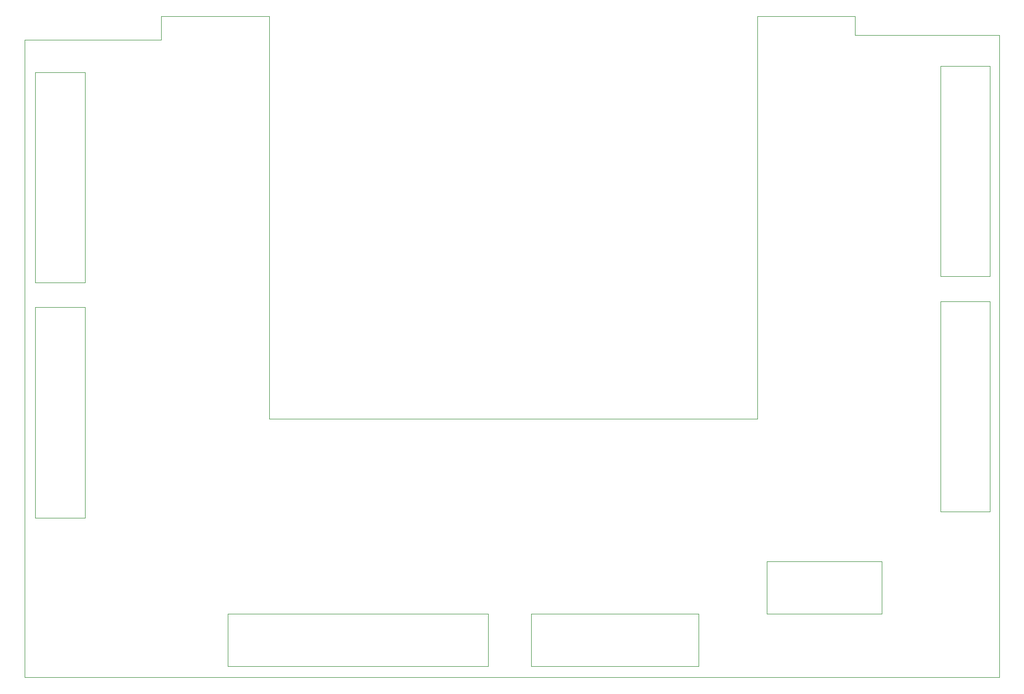
<source format=gbr>
%TF.GenerationSoftware,KiCad,Pcbnew,6.0.11-2627ca5db0~126~ubuntu22.04.1*%
%TF.CreationDate,2023-05-12T19:19:22-07:00*%
%TF.ProjectId,Roborio board,526f626f-7269-46f2-9062-6f6172642e6b,rev?*%
%TF.SameCoordinates,Original*%
%TF.FileFunction,Profile,NP*%
%FSLAX46Y46*%
G04 Gerber Fmt 4.6, Leading zero omitted, Abs format (unit mm)*
G04 Created by KiCad (PCBNEW 6.0.11-2627ca5db0~126~ubuntu22.04.1) date 2023-05-12 19:19:22*
%MOMM*%
%LPD*%
G01*
G04 APERTURE LIST*
%TA.AperFunction,Profile*%
%ADD10C,0.050000*%
%TD*%
G04 APERTURE END LIST*
D10*
X95000000Y-40750000D02*
X94970000Y-105750000D01*
X189500000Y-40750000D02*
X189500000Y-43750000D01*
X57250000Y-87750000D02*
X65250000Y-87750000D01*
X65250000Y-87750000D02*
X65250000Y-121750000D01*
X65250000Y-121750000D02*
X57250000Y-121750000D01*
X57250000Y-121750000D02*
X57250000Y-87750000D01*
X203250000Y-86750000D02*
X211250000Y-86750000D01*
X211250000Y-86750000D02*
X211250000Y-120750000D01*
X211250000Y-120750000D02*
X203250000Y-120750000D01*
X203250000Y-120750000D02*
X203250000Y-86750000D01*
X175250000Y-137250000D02*
X193750000Y-137250000D01*
X193750000Y-137250000D02*
X193750000Y-128750000D01*
X193750000Y-128750000D02*
X175250000Y-128750000D01*
X175250000Y-128750000D02*
X175250000Y-137250000D01*
X173750000Y-105750000D02*
X94970000Y-105750000D01*
X189500000Y-40750000D02*
X173750000Y-40750000D01*
X203250000Y-48750000D02*
X211250000Y-48750000D01*
X211250000Y-48750000D02*
X211250000Y-82750000D01*
X211250000Y-82750000D02*
X203250000Y-82750000D01*
X203250000Y-82750000D02*
X203250000Y-48750000D01*
X95000000Y-40750000D02*
X77500000Y-40750000D01*
X137250000Y-145750000D02*
X164250000Y-145750000D01*
X164250000Y-145750000D02*
X164250000Y-137250000D01*
X164250000Y-137250000D02*
X137250000Y-137250000D01*
X137250000Y-137250000D02*
X137250000Y-145750000D01*
X212750000Y-147500000D02*
X212750000Y-43750000D01*
X212750000Y-43750000D02*
X189500000Y-43750000D01*
X77500000Y-44500000D02*
X55500000Y-44500000D01*
X55500000Y-44500000D02*
X55500000Y-147500000D01*
X55500000Y-147500000D02*
X212750000Y-147500000D01*
X77500000Y-44500000D02*
X77500000Y-40750000D01*
X57250000Y-49750000D02*
X65250000Y-49750000D01*
X65250000Y-49750000D02*
X65250000Y-83750000D01*
X65250000Y-83750000D02*
X57250000Y-83750000D01*
X57250000Y-83750000D02*
X57250000Y-49750000D01*
X173750000Y-105750000D02*
X173750000Y-40750000D01*
X88250000Y-145750000D02*
X130250000Y-145750000D01*
X130250000Y-145750000D02*
X130250000Y-137250000D01*
X130250000Y-137250000D02*
X88250000Y-137250000D01*
X88250000Y-137250000D02*
X88250000Y-145750000D01*
M02*

</source>
